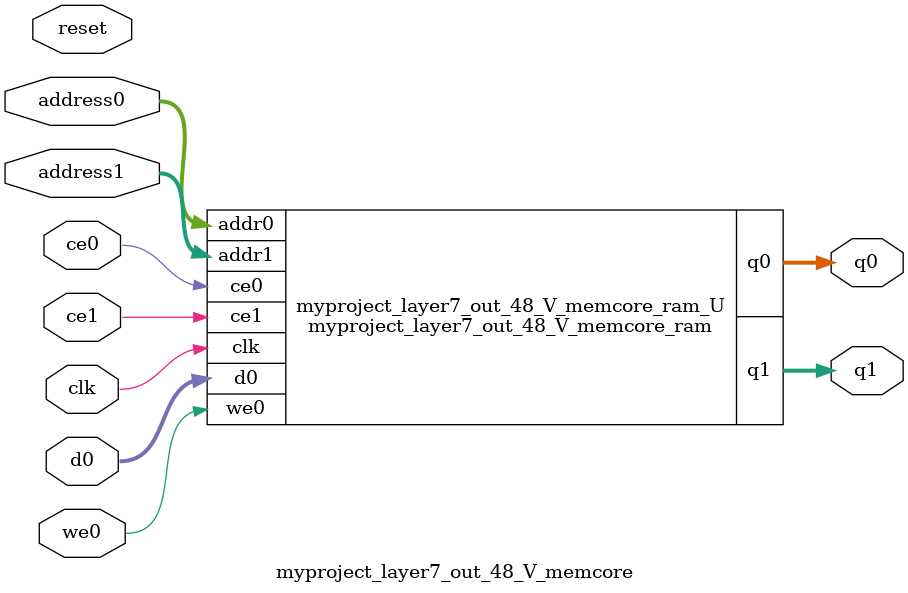
<source format=v>
`timescale 1 ns / 1 ps
module myproject_layer7_out_48_V_memcore_ram (addr0, ce0, d0, we0, q0, addr1, ce1, q1,  clk);

parameter DWIDTH = 16;
parameter AWIDTH = 4;
parameter MEM_SIZE = 12;

input[AWIDTH-1:0] addr0;
input ce0;
input[DWIDTH-1:0] d0;
input we0;
output reg[DWIDTH-1:0] q0;
input[AWIDTH-1:0] addr1;
input ce1;
output reg[DWIDTH-1:0] q1;
input clk;

(* ram_style = "distributed" *)reg [DWIDTH-1:0] ram[0:MEM_SIZE-1];




always @(posedge clk)  
begin 
    if (ce0) begin
        if (we0) 
            ram[addr0] <= d0; 
        q0 <= ram[addr0];
    end
end


always @(posedge clk)  
begin 
    if (ce1) begin
        q1 <= ram[addr1];
    end
end


endmodule

`timescale 1 ns / 1 ps
module myproject_layer7_out_48_V_memcore(
    reset,
    clk,
    address0,
    ce0,
    we0,
    d0,
    q0,
    address1,
    ce1,
    q1);

parameter DataWidth = 32'd16;
parameter AddressRange = 32'd12;
parameter AddressWidth = 32'd4;
input reset;
input clk;
input[AddressWidth - 1:0] address0;
input ce0;
input we0;
input[DataWidth - 1:0] d0;
output[DataWidth - 1:0] q0;
input[AddressWidth - 1:0] address1;
input ce1;
output[DataWidth - 1:0] q1;



myproject_layer7_out_48_V_memcore_ram myproject_layer7_out_48_V_memcore_ram_U(
    .clk( clk ),
    .addr0( address0 ),
    .ce0( ce0 ),
    .we0( we0 ),
    .d0( d0 ),
    .q0( q0 ),
    .addr1( address1 ),
    .ce1( ce1 ),
    .q1( q1 ));

endmodule


</source>
